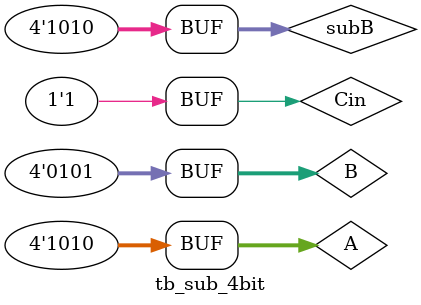
<source format=v>
`timescale 1ns / 1ps

module tb_sub_4bit;
    reg [3:0] A, B;
    reg Cin;
    wire [3:0] SUM;
    wire Cout;
    wire [3:0] subB;
    assign subB = B ^ 4'b1111;

    rca_4 UUT (
        .A(A), .B(subB), .Cin(Cin),
        .SUM(SUM), .Cout(Cout)
    );

    initial begin
        A = 4'd3; B = 4'd2; Cin = 1;
        #10 A = 4'd7; B = 4'd4; Cin = 1;
        #10 A = 4'd15; B = 4'd1; Cin = 1;
        #10 A = 4'd10; B = 4'd5; Cin = 1;
    end
endmodule

</source>
